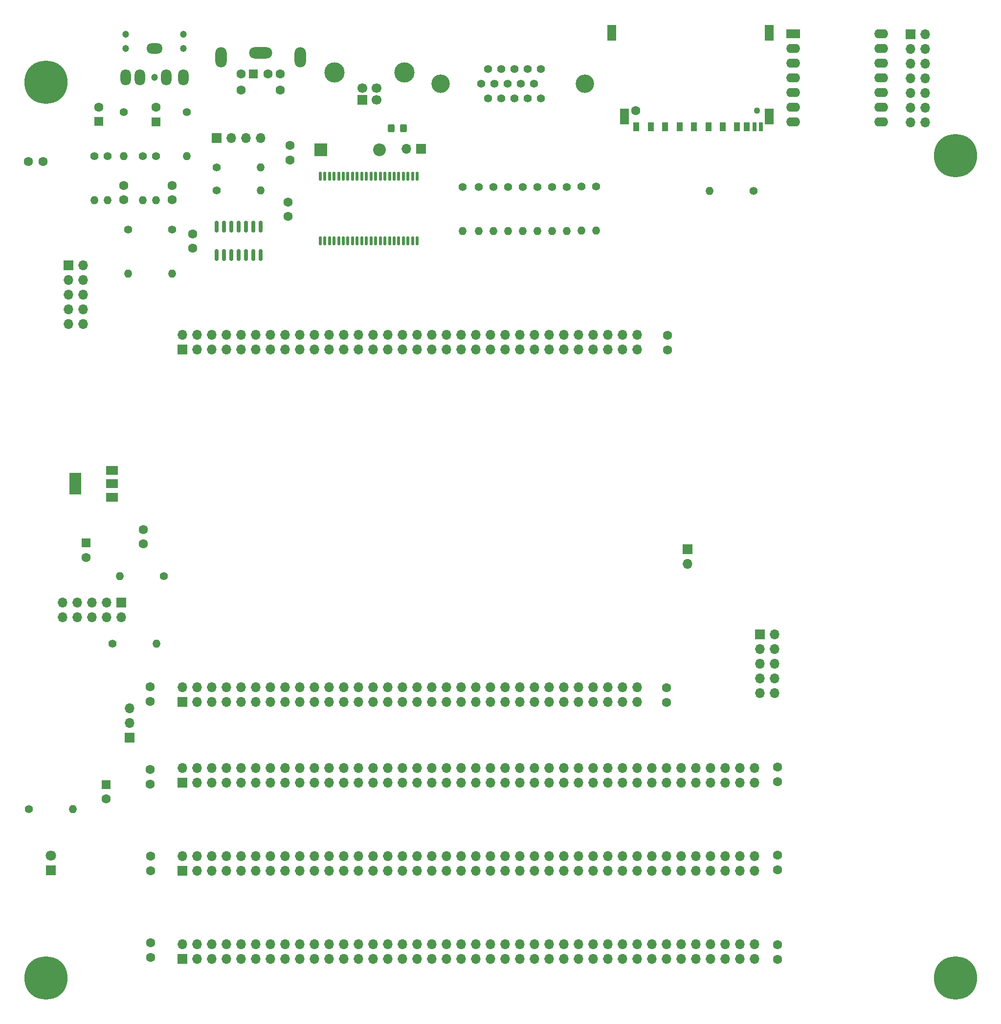
<source format=gts>
G04 #@! TF.GenerationSoftware,KiCad,Pcbnew,(6.0.1)*
G04 #@! TF.CreationDate,2022-08-30T12:56:36-04:00*
G04 #@! TF.ProjectId,FPGA-ITX-01,46504741-2d49-4545-982d-30312e6b6963,1*
G04 #@! TF.SameCoordinates,Original*
G04 #@! TF.FileFunction,Soldermask,Top*
G04 #@! TF.FilePolarity,Negative*
%FSLAX46Y46*%
G04 Gerber Fmt 4.6, Leading zero omitted, Abs format (unit mm)*
G04 Created by KiCad (PCBNEW (6.0.1)) date 2022-08-30 12:56:36*
%MOMM*%
%LPD*%
G01*
G04 APERTURE LIST*
G04 Aperture macros list*
%AMRoundRect*
0 Rectangle with rounded corners*
0 $1 Rounding radius*
0 $2 $3 $4 $5 $6 $7 $8 $9 X,Y pos of 4 corners*
0 Add a 4 corners polygon primitive as box body*
4,1,4,$2,$3,$4,$5,$6,$7,$8,$9,$2,$3,0*
0 Add four circle primitives for the rounded corners*
1,1,$1+$1,$2,$3*
1,1,$1+$1,$4,$5*
1,1,$1+$1,$6,$7*
1,1,$1+$1,$8,$9*
0 Add four rect primitives between the rounded corners*
20,1,$1+$1,$2,$3,$4,$5,0*
20,1,$1+$1,$4,$5,$6,$7,0*
20,1,$1+$1,$6,$7,$8,$9,0*
20,1,$1+$1,$8,$9,$2,$3,0*%
G04 Aperture macros list end*
%ADD10R,1.700000X1.700000*%
%ADD11O,1.700000X1.700000*%
%ADD12C,7.500000*%
%ADD13R,2.000000X1.500000*%
%ADD14R,2.000000X3.800000*%
%ADD15C,1.400000*%
%ADD16O,1.400000X1.400000*%
%ADD17R,1.600000X1.600000*%
%ADD18C,1.600000*%
%ADD19O,4.000000X2.000000*%
%ADD20O,2.000000X3.500000*%
%ADD21R,2.400000X1.600000*%
%ADD22O,2.400000X1.600000*%
%ADD23C,1.100000*%
%ADD24R,1.000000X1.500000*%
%ADD25R,0.700000X1.500000*%
%ADD26R,1.500000X2.800000*%
%ADD27RoundRect,0.250000X0.325000X0.450000X-0.325000X0.450000X-0.325000X-0.450000X0.325000X-0.450000X0*%
%ADD28RoundRect,0.137500X0.137500X-0.625000X0.137500X0.625000X-0.137500X0.625000X-0.137500X-0.625000X0*%
%ADD29C,3.200000*%
%ADD30C,1.397000*%
%ADD31C,1.700000*%
%ADD32C,3.500000*%
%ADD33RoundRect,0.150000X0.150000X-0.825000X0.150000X0.825000X-0.150000X0.825000X-0.150000X-0.825000X0*%
%ADD34R,1.800000X1.800000*%
%ADD35C,1.800000*%
%ADD36C,1.200000*%
%ADD37O,1.800000X2.800000*%
%ADD38O,2.800000X1.800000*%
%ADD39R,2.200000X2.200000*%
%ADD40O,2.200000X2.200000*%
G04 APERTURE END LIST*
D10*
X264998200Y-145694400D03*
D11*
X267538200Y-145694400D03*
X264998200Y-148234400D03*
X267538200Y-148234400D03*
X264998200Y-150774400D03*
X267538200Y-150774400D03*
X264998200Y-153314400D03*
X267538200Y-153314400D03*
X264998200Y-155854400D03*
X267538200Y-155854400D03*
D12*
X141350000Y-50160000D03*
X298830000Y-62860000D03*
X141350000Y-205100000D03*
X298830000Y-205100000D03*
D13*
X152756000Y-121934000D03*
X152756000Y-119634000D03*
X152756000Y-117334000D03*
D14*
X146456000Y-119634000D03*
D15*
X218809845Y-68325745D03*
D16*
X218809845Y-75945745D03*
D15*
X216269845Y-68325745D03*
D16*
X216269845Y-75945745D03*
D15*
X226429845Y-68325745D03*
D16*
X226429845Y-75945745D03*
D15*
X223889845Y-68325745D03*
D16*
X223889845Y-75945745D03*
D15*
X231509845Y-68325745D03*
D16*
X231509845Y-75945745D03*
D15*
X228969845Y-68325745D03*
D16*
X228969845Y-75945745D03*
D15*
X170924500Y-68852500D03*
D16*
X178544500Y-68852500D03*
D15*
X170924500Y-64920500D03*
D16*
X178544500Y-64920500D03*
D10*
X170934500Y-59840500D03*
D11*
X173474500Y-59840500D03*
X176014500Y-59840500D03*
X178554500Y-59840500D03*
D17*
X177234500Y-48729500D03*
D18*
X179834500Y-48729500D03*
X175134500Y-48729500D03*
X181934500Y-48729500D03*
X175134500Y-51529500D03*
X181934500Y-51529500D03*
D19*
X178534500Y-45079500D03*
D20*
X171684500Y-45879500D03*
X185384500Y-45879500D03*
D10*
X164973000Y-96393000D03*
D11*
X164973000Y-93853000D03*
X167513000Y-96393000D03*
X167513000Y-93853000D03*
X170053000Y-96393000D03*
X170053000Y-93853000D03*
X172593000Y-96393000D03*
X172593000Y-93853000D03*
X175133000Y-96393000D03*
X175133000Y-93853000D03*
X177673000Y-96393000D03*
X177673000Y-93853000D03*
X180213000Y-96393000D03*
X180213000Y-93853000D03*
X182753000Y-96393000D03*
X182753000Y-93853000D03*
X185293000Y-96393000D03*
X185293000Y-93853000D03*
X187833000Y-96393000D03*
X187833000Y-93853000D03*
X190373000Y-96393000D03*
X190373000Y-93853000D03*
X192913000Y-96393000D03*
X192913000Y-93853000D03*
X195453000Y-96393000D03*
X195453000Y-93853000D03*
X197993000Y-96393000D03*
X197993000Y-93853000D03*
X200533000Y-96393000D03*
X200533000Y-93853000D03*
X203073000Y-96393000D03*
X203073000Y-93853000D03*
X205613000Y-96393000D03*
X205613000Y-93853000D03*
X208153000Y-96393000D03*
X208153000Y-93853000D03*
X210693000Y-96393000D03*
X210693000Y-93853000D03*
X213233000Y-96393000D03*
X213233000Y-93853000D03*
X215773000Y-96393000D03*
X215773000Y-93853000D03*
X218313000Y-96393000D03*
X218313000Y-93853000D03*
X220853000Y-96393000D03*
X220853000Y-93853000D03*
X223393000Y-96393000D03*
X223393000Y-93853000D03*
X225933000Y-96393000D03*
X225933000Y-93853000D03*
X228473000Y-96393000D03*
X228473000Y-93853000D03*
X231013000Y-96393000D03*
X231013000Y-93853000D03*
X233553000Y-96393000D03*
X233553000Y-93853000D03*
X236093000Y-96393000D03*
X236093000Y-93853000D03*
X238633000Y-96393000D03*
X238633000Y-93853000D03*
X241173000Y-96393000D03*
X241173000Y-93853000D03*
X243713000Y-96393000D03*
X243713000Y-93853000D03*
D10*
X164973000Y-157333000D03*
D11*
X164973000Y-154793000D03*
X167513000Y-157333000D03*
X167513000Y-154793000D03*
X170053000Y-157333000D03*
X170053000Y-154793000D03*
X172593000Y-157333000D03*
X172593000Y-154793000D03*
X175133000Y-157333000D03*
X175133000Y-154793000D03*
X177673000Y-157333000D03*
X177673000Y-154793000D03*
X180213000Y-157333000D03*
X180213000Y-154793000D03*
X182753000Y-157333000D03*
X182753000Y-154793000D03*
X185293000Y-157333000D03*
X185293000Y-154793000D03*
X187833000Y-157333000D03*
X187833000Y-154793000D03*
X190373000Y-157333000D03*
X190373000Y-154793000D03*
X192913000Y-157333000D03*
X192913000Y-154793000D03*
X195453000Y-157333000D03*
X195453000Y-154793000D03*
X197993000Y-157333000D03*
X197993000Y-154793000D03*
X200533000Y-157333000D03*
X200533000Y-154793000D03*
X203073000Y-157333000D03*
X203073000Y-154793000D03*
X205613000Y-157333000D03*
X205613000Y-154793000D03*
X208153000Y-157333000D03*
X208153000Y-154793000D03*
X210693000Y-157333000D03*
X210693000Y-154793000D03*
X213233000Y-157333000D03*
X213233000Y-154793000D03*
X215773000Y-157333000D03*
X215773000Y-154793000D03*
X218313000Y-157333000D03*
X218313000Y-154793000D03*
X220853000Y-157333000D03*
X220853000Y-154793000D03*
X223393000Y-157333000D03*
X223393000Y-154793000D03*
X225933000Y-157333000D03*
X225933000Y-154793000D03*
X228473000Y-157333000D03*
X228473000Y-154793000D03*
X231013000Y-157333000D03*
X231013000Y-154793000D03*
X233553000Y-157333000D03*
X233553000Y-154793000D03*
X236093000Y-157333000D03*
X236093000Y-154793000D03*
X238633000Y-157333000D03*
X238633000Y-154793000D03*
X241173000Y-157333000D03*
X241173000Y-154793000D03*
X243713000Y-157333000D03*
X243713000Y-154793000D03*
D21*
X270764000Y-41783000D03*
D22*
X270764000Y-44323000D03*
X270764000Y-46863000D03*
X270764000Y-49403000D03*
X270764000Y-51943000D03*
X270764000Y-54483000D03*
X270764000Y-57023000D03*
X286004000Y-57023000D03*
X286004000Y-54483000D03*
X286004000Y-51943000D03*
X286004000Y-49403000D03*
X286004000Y-46863000D03*
X286004000Y-44323000D03*
X286004000Y-41783000D03*
D23*
X264433200Y-55082300D03*
D18*
X243433200Y-55082300D03*
D24*
X246053200Y-57882300D03*
X248553200Y-57882300D03*
X251053200Y-57882300D03*
X253553200Y-57882300D03*
X256053200Y-57882300D03*
X258553200Y-57882300D03*
X260973200Y-57882300D03*
X262673200Y-57882300D03*
X243553200Y-57882300D03*
D25*
X264013200Y-57882300D03*
X265153200Y-57882300D03*
D26*
X241483200Y-56082300D03*
X266583200Y-56082300D03*
X266583200Y-41582300D03*
X239283200Y-41582300D03*
D10*
X164973000Y-171303000D03*
D11*
X164973000Y-168763000D03*
X167513000Y-171303000D03*
X167513000Y-168763000D03*
X170053000Y-171303000D03*
X170053000Y-168763000D03*
X172593000Y-171303000D03*
X172593000Y-168763000D03*
X175133000Y-171303000D03*
X175133000Y-168763000D03*
X177673000Y-171303000D03*
X177673000Y-168763000D03*
X180213000Y-171303000D03*
X180213000Y-168763000D03*
X182753000Y-171303000D03*
X182753000Y-168763000D03*
X185293000Y-171303000D03*
X185293000Y-168763000D03*
X187833000Y-171303000D03*
X187833000Y-168763000D03*
X190373000Y-171303000D03*
X190373000Y-168763000D03*
X192913000Y-171303000D03*
X192913000Y-168763000D03*
X195453000Y-171303000D03*
X195453000Y-168763000D03*
X197993000Y-171303000D03*
X197993000Y-168763000D03*
X200533000Y-171303000D03*
X200533000Y-168763000D03*
X203073000Y-171303000D03*
X203073000Y-168763000D03*
X205613000Y-171303000D03*
X205613000Y-168763000D03*
X208153000Y-171303000D03*
X208153000Y-168763000D03*
X210693000Y-171303000D03*
X210693000Y-168763000D03*
X213233000Y-171303000D03*
X213233000Y-168763000D03*
X215773000Y-171303000D03*
X215773000Y-168763000D03*
X218313000Y-171303000D03*
X218313000Y-168763000D03*
X220853000Y-171303000D03*
X220853000Y-168763000D03*
X223393000Y-171303000D03*
X223393000Y-168763000D03*
X225933000Y-171303000D03*
X225933000Y-168763000D03*
X228473000Y-171303000D03*
X228473000Y-168763000D03*
X231013000Y-171303000D03*
X231013000Y-168763000D03*
X233553000Y-171303000D03*
X233553000Y-168763000D03*
X236093000Y-171303000D03*
X236093000Y-168763000D03*
X238633000Y-171303000D03*
X238633000Y-168763000D03*
X241173000Y-171303000D03*
X241173000Y-168763000D03*
X243713000Y-171303000D03*
X243713000Y-168763000D03*
X246253000Y-171303000D03*
X246253000Y-168763000D03*
X248793000Y-171303000D03*
X248793000Y-168763000D03*
X251333000Y-171303000D03*
X251333000Y-168763000D03*
X253873000Y-171303000D03*
X253873000Y-168763000D03*
X256413000Y-171303000D03*
X256413000Y-168763000D03*
X258953000Y-171303000D03*
X258953000Y-168763000D03*
X261493000Y-171303000D03*
X261493000Y-168763000D03*
X264033000Y-171303000D03*
X264033000Y-168763000D03*
D18*
X248798000Y-154930000D03*
X248798000Y-157430000D03*
X267974000Y-168646000D03*
X267974000Y-171146000D03*
X159385000Y-169057000D03*
X159385000Y-171557000D03*
X183242500Y-70904500D03*
X183242500Y-73404500D03*
X166751000Y-76405000D03*
X166751000Y-78905000D03*
D10*
X155829000Y-163499800D03*
D11*
X155829000Y-160959800D03*
X155829000Y-158419800D03*
D27*
X203209000Y-58166000D03*
X201159000Y-58166000D03*
D28*
X188832000Y-77596500D03*
X189632000Y-77596500D03*
X190432000Y-77596500D03*
X191232000Y-77596500D03*
X192032000Y-77596500D03*
X192832000Y-77596500D03*
X193632000Y-77596500D03*
X194432000Y-77596500D03*
X195232000Y-77596500D03*
X196032000Y-77596500D03*
X196832000Y-77596500D03*
X197632000Y-77596500D03*
X198432000Y-77596500D03*
X199232000Y-77596500D03*
X200032000Y-77596500D03*
X200832000Y-77596500D03*
X201632000Y-77596500D03*
X202432000Y-77596500D03*
X203232000Y-77596500D03*
X204032000Y-77596500D03*
X204832000Y-77596500D03*
X205632000Y-77596500D03*
X205632000Y-66421500D03*
X204832000Y-66421500D03*
X204032000Y-66421500D03*
X203232000Y-66421500D03*
X202432000Y-66421500D03*
X201632000Y-66421500D03*
X200832000Y-66421500D03*
X200032000Y-66421500D03*
X199232000Y-66421500D03*
X198432000Y-66421500D03*
X197632000Y-66421500D03*
X196832000Y-66421500D03*
X196032000Y-66421500D03*
X195232000Y-66421500D03*
X194432000Y-66421500D03*
X193632000Y-66421500D03*
X192832000Y-66421500D03*
X192032000Y-66421500D03*
X191232000Y-66421500D03*
X190432000Y-66421500D03*
X189632000Y-66421500D03*
X188832000Y-66421500D03*
D15*
X263880600Y-68935600D03*
D16*
X256260600Y-68935600D03*
D18*
X138322000Y-63876000D03*
X140822000Y-63876000D03*
X158242000Y-127528000D03*
X158242000Y-130028000D03*
D17*
X148336000Y-129858888D03*
D18*
X148336000Y-132358888D03*
D29*
X209678335Y-50430155D03*
X234666855Y-50430155D03*
D30*
X217862215Y-52970155D03*
X220153295Y-52970155D03*
X222439295Y-52970155D03*
X224732915Y-52970155D03*
X227021455Y-52970155D03*
X216716675Y-50430155D03*
X219007755Y-50430155D03*
X221298835Y-50430155D03*
X223587375Y-50430155D03*
X225878455Y-50430155D03*
X217862215Y-47890155D03*
X220153295Y-47890155D03*
X222441835Y-47892695D03*
X224732915Y-47890155D03*
X227021455Y-47890155D03*
D10*
X196108000Y-53186500D03*
D31*
X198608000Y-53186500D03*
X198608000Y-51186500D03*
X196108000Y-51186500D03*
D32*
X203378000Y-48476500D03*
X191338000Y-48476500D03*
D15*
X158115000Y-62923000D03*
D16*
X158115000Y-70543000D03*
D17*
X151765000Y-171641888D03*
D18*
X151765000Y-174141888D03*
D17*
X160401000Y-57016113D03*
D18*
X160401000Y-54516113D03*
D15*
X155575000Y-75623000D03*
D16*
X155575000Y-83243000D03*
D10*
X164978000Y-201783000D03*
D11*
X164978000Y-199243000D03*
X167518000Y-201783000D03*
X167518000Y-199243000D03*
X170058000Y-201783000D03*
X170058000Y-199243000D03*
X172598000Y-201783000D03*
X172598000Y-199243000D03*
X175138000Y-201783000D03*
X175138000Y-199243000D03*
X177678000Y-201783000D03*
X177678000Y-199243000D03*
X180218000Y-201783000D03*
X180218000Y-199243000D03*
X182758000Y-201783000D03*
X182758000Y-199243000D03*
X185298000Y-201783000D03*
X185298000Y-199243000D03*
X187838000Y-201783000D03*
X187838000Y-199243000D03*
X190378000Y-201783000D03*
X190378000Y-199243000D03*
X192918000Y-201783000D03*
X192918000Y-199243000D03*
X195458000Y-201783000D03*
X195458000Y-199243000D03*
X197998000Y-201783000D03*
X197998000Y-199243000D03*
X200538000Y-201783000D03*
X200538000Y-199243000D03*
X203078000Y-201783000D03*
X203078000Y-199243000D03*
X205618000Y-201783000D03*
X205618000Y-199243000D03*
X208158000Y-201783000D03*
X208158000Y-199243000D03*
X210698000Y-201783000D03*
X210698000Y-199243000D03*
X213238000Y-201783000D03*
X213238000Y-199243000D03*
X215778000Y-201783000D03*
X215778000Y-199243000D03*
X218318000Y-201783000D03*
X218318000Y-199243000D03*
X220858000Y-201783000D03*
X220858000Y-199243000D03*
X223398000Y-201783000D03*
X223398000Y-199243000D03*
X225938000Y-201783000D03*
X225938000Y-199243000D03*
X228478000Y-201783000D03*
X228478000Y-199243000D03*
X231018000Y-201783000D03*
X231018000Y-199243000D03*
X233558000Y-201783000D03*
X233558000Y-199243000D03*
X236098000Y-201783000D03*
X236098000Y-199243000D03*
X238638000Y-201783000D03*
X238638000Y-199243000D03*
X241178000Y-201783000D03*
X241178000Y-199243000D03*
X243718000Y-201783000D03*
X243718000Y-199243000D03*
X246258000Y-201783000D03*
X246258000Y-199243000D03*
X248798000Y-201783000D03*
X248798000Y-199243000D03*
X251338000Y-201783000D03*
X251338000Y-199243000D03*
X253878000Y-201783000D03*
X253878000Y-199243000D03*
X256418000Y-201783000D03*
X256418000Y-199243000D03*
X258958000Y-201783000D03*
X258958000Y-199243000D03*
X261498000Y-201783000D03*
X261498000Y-199243000D03*
X264038000Y-201783000D03*
X264038000Y-199243000D03*
D10*
X145283000Y-81793000D03*
D11*
X147823000Y-81793000D03*
X145283000Y-84333000D03*
X147823000Y-84333000D03*
X145283000Y-86873000D03*
X147823000Y-86873000D03*
X145283000Y-89413000D03*
X147823000Y-89413000D03*
X145283000Y-91953000D03*
X147823000Y-91953000D03*
D15*
X152019000Y-62923000D03*
D16*
X152019000Y-70543000D03*
D15*
X236589845Y-68203745D03*
D16*
X236589845Y-75823745D03*
D15*
X160401000Y-62923000D03*
D16*
X160401000Y-70543000D03*
D15*
X213475845Y-68325745D03*
D16*
X213475845Y-75945745D03*
D10*
X252444400Y-130932000D03*
D11*
X252444400Y-133472000D03*
D15*
X152908000Y-147320000D03*
D16*
X160528000Y-147320000D03*
D15*
X161798000Y-135636000D03*
D16*
X154178000Y-135636000D03*
D18*
X159385000Y-154731400D03*
X159385000Y-157231400D03*
D15*
X163195000Y-75623000D03*
D16*
X163195000Y-83243000D03*
D10*
X164973000Y-186543000D03*
D11*
X164973000Y-184003000D03*
X167513000Y-186543000D03*
X167513000Y-184003000D03*
X170053000Y-186543000D03*
X170053000Y-184003000D03*
X172593000Y-186543000D03*
X172593000Y-184003000D03*
X175133000Y-186543000D03*
X175133000Y-184003000D03*
X177673000Y-186543000D03*
X177673000Y-184003000D03*
X180213000Y-186543000D03*
X180213000Y-184003000D03*
X182753000Y-186543000D03*
X182753000Y-184003000D03*
X185293000Y-186543000D03*
X185293000Y-184003000D03*
X187833000Y-186543000D03*
X187833000Y-184003000D03*
X190373000Y-186543000D03*
X190373000Y-184003000D03*
X192913000Y-186543000D03*
X192913000Y-184003000D03*
X195453000Y-186543000D03*
X195453000Y-184003000D03*
X197993000Y-186543000D03*
X197993000Y-184003000D03*
X200533000Y-186543000D03*
X200533000Y-184003000D03*
X203073000Y-186543000D03*
X203073000Y-184003000D03*
X205613000Y-186543000D03*
X205613000Y-184003000D03*
X208153000Y-186543000D03*
X208153000Y-184003000D03*
X210693000Y-186543000D03*
X210693000Y-184003000D03*
X213233000Y-186543000D03*
X213233000Y-184003000D03*
X215773000Y-186543000D03*
X215773000Y-184003000D03*
X218313000Y-186543000D03*
X218313000Y-184003000D03*
X220853000Y-186543000D03*
X220853000Y-184003000D03*
X223393000Y-186543000D03*
X223393000Y-184003000D03*
X225933000Y-186543000D03*
X225933000Y-184003000D03*
X228473000Y-186543000D03*
X228473000Y-184003000D03*
X231013000Y-186543000D03*
X231013000Y-184003000D03*
X233553000Y-186543000D03*
X233553000Y-184003000D03*
X236093000Y-186543000D03*
X236093000Y-184003000D03*
X238633000Y-186543000D03*
X238633000Y-184003000D03*
X241173000Y-186543000D03*
X241173000Y-184003000D03*
X243713000Y-186543000D03*
X243713000Y-184003000D03*
X246253000Y-186543000D03*
X246253000Y-184003000D03*
X248793000Y-186543000D03*
X248793000Y-184003000D03*
X251333000Y-186543000D03*
X251333000Y-184003000D03*
X253873000Y-186543000D03*
X253873000Y-184003000D03*
X256413000Y-186543000D03*
X256413000Y-184003000D03*
X258953000Y-186543000D03*
X258953000Y-184003000D03*
X261493000Y-186543000D03*
X261493000Y-184003000D03*
X264033000Y-186543000D03*
X264033000Y-184003000D03*
D18*
X267974000Y-183886000D03*
X267974000Y-186386000D03*
D10*
X154427000Y-140203000D03*
D11*
X154427000Y-142743000D03*
X151887000Y-140203000D03*
X151887000Y-142743000D03*
X149347000Y-140203000D03*
X149347000Y-142743000D03*
X146807000Y-140203000D03*
X146807000Y-142743000D03*
X144267000Y-140203000D03*
X144267000Y-142743000D03*
D17*
X150495000Y-56959000D03*
D18*
X150495000Y-54459000D03*
D15*
X149733000Y-62923000D03*
D16*
X149733000Y-70543000D03*
D10*
X291079000Y-41905000D03*
D11*
X293619000Y-41905000D03*
X291079000Y-44445000D03*
X293619000Y-44445000D03*
X291079000Y-46985000D03*
X293619000Y-46985000D03*
X291079000Y-49525000D03*
X293619000Y-49525000D03*
X291079000Y-52065000D03*
X293619000Y-52065000D03*
X291079000Y-54605000D03*
X293619000Y-54605000D03*
X291079000Y-57145000D03*
X293619000Y-57145000D03*
D15*
X138430000Y-175895000D03*
D16*
X146050000Y-175895000D03*
D15*
X165735000Y-55303000D03*
D16*
X165735000Y-62923000D03*
D33*
X170924500Y-80095500D03*
X172194500Y-80095500D03*
X173464500Y-80095500D03*
X174734500Y-80095500D03*
X176004500Y-80095500D03*
X177274500Y-80095500D03*
X178544500Y-80095500D03*
X178544500Y-75145500D03*
X177274500Y-75145500D03*
X176004500Y-75145500D03*
X174734500Y-75145500D03*
X173464500Y-75145500D03*
X172194500Y-75145500D03*
X170924500Y-75145500D03*
D18*
X163195000Y-70523000D03*
X163195000Y-68023000D03*
D15*
X234049845Y-68203745D03*
D16*
X234049845Y-75823745D03*
D15*
X221349845Y-68325745D03*
D16*
X221349845Y-75945745D03*
D18*
X248924000Y-93950000D03*
X248924000Y-96450000D03*
D34*
X142240000Y-186441000D03*
D35*
X142240000Y-183901000D03*
D18*
X154813000Y-70523000D03*
X154813000Y-68023000D03*
X159512000Y-199029000D03*
X159512000Y-201529000D03*
D36*
X165147000Y-44339000D03*
X160147000Y-49339000D03*
X155147000Y-44339000D03*
X155147000Y-41839000D03*
X165147000Y-41839000D03*
D37*
X165147000Y-49339000D03*
X162147000Y-49339000D03*
D38*
X160147000Y-44339000D03*
D37*
X155147000Y-49339000D03*
X157647000Y-49339000D03*
D10*
X206253000Y-61722000D03*
D11*
X203713000Y-61722000D03*
D18*
X159512000Y-184043000D03*
X159512000Y-186543000D03*
X183624500Y-61110500D03*
X183624500Y-63610500D03*
D39*
X188976000Y-61849000D03*
D40*
X199136000Y-61849000D03*
D18*
X267974000Y-199380000D03*
X267974000Y-201880000D03*
D15*
X154813000Y-55303000D03*
D16*
X154813000Y-62923000D03*
M02*

</source>
